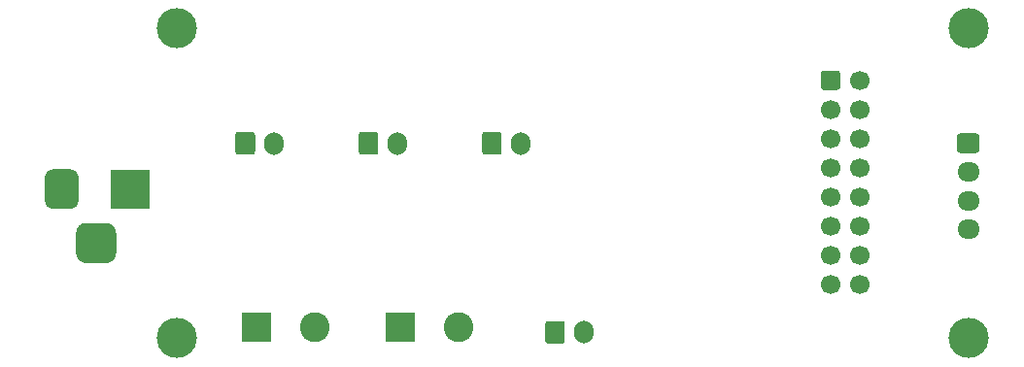
<source format=gbr>
%TF.GenerationSoftware,KiCad,Pcbnew,(5.1.12)-1*%
%TF.CreationDate,2021-12-09T20:49:17+01:00*%
%TF.ProjectId,adapter01,61646170-7465-4723-9031-2e6b69636164,rev?*%
%TF.SameCoordinates,Original*%
%TF.FileFunction,Soldermask,Bot*%
%TF.FilePolarity,Negative*%
%FSLAX46Y46*%
G04 Gerber Fmt 4.6, Leading zero omitted, Abs format (unit mm)*
G04 Created by KiCad (PCBNEW (5.1.12)-1) date 2021-12-09 20:49:17*
%MOMM*%
%LPD*%
G01*
G04 APERTURE LIST*
%ADD10C,1.700000*%
%ADD11O,1.700000X2.000000*%
%ADD12C,3.500000*%
%ADD13O,1.950000X1.700000*%
%ADD14R,2.600000X2.600000*%
%ADD15C,2.600000*%
%ADD16R,3.500000X3.500000*%
G04 APERTURE END LIST*
%TO.C,J7*%
G36*
G01*
X168150000Y-59100000D02*
X168150000Y-57900000D01*
G75*
G02*
X168400000Y-57650000I250000J0D01*
G01*
X169600000Y-57650000D01*
G75*
G02*
X169850000Y-57900000I0J-250000D01*
G01*
X169850000Y-59100000D01*
G75*
G02*
X169600000Y-59350000I-250000J0D01*
G01*
X168400000Y-59350000D01*
G75*
G02*
X168150000Y-59100000I0J250000D01*
G01*
G37*
D10*
X169000000Y-61040000D03*
X169000000Y-63580000D03*
X169000000Y-66120000D03*
X169000000Y-68660000D03*
X169000000Y-71200000D03*
X169000000Y-73740000D03*
X169000000Y-76280000D03*
X171540000Y-58500000D03*
X171540000Y-61040000D03*
X171540000Y-63580000D03*
X171540000Y-66120000D03*
X171540000Y-68660000D03*
X171540000Y-71200000D03*
X171540000Y-73740000D03*
X171540000Y-76280000D03*
%TD*%
%TO.C,J2*%
G36*
G01*
X138650000Y-64750000D02*
X138650000Y-63250000D01*
G75*
G02*
X138900000Y-63000000I250000J0D01*
G01*
X140100000Y-63000000D01*
G75*
G02*
X140350000Y-63250000I0J-250000D01*
G01*
X140350000Y-64750000D01*
G75*
G02*
X140100000Y-65000000I-250000J0D01*
G01*
X138900000Y-65000000D01*
G75*
G02*
X138650000Y-64750000I0J250000D01*
G01*
G37*
D11*
X142000000Y-64000000D03*
%TD*%
D12*
%TO.C,H1*%
X181000000Y-54000000D03*
%TD*%
%TO.C,H2*%
X112000000Y-81000000D03*
%TD*%
%TO.C,H3*%
X181000000Y-81000000D03*
%TD*%
%TO.C,H4*%
X112000000Y-54000000D03*
%TD*%
%TO.C,J1*%
G36*
G01*
X180275000Y-63150000D02*
X181725000Y-63150000D01*
G75*
G02*
X181975000Y-63400000I0J-250000D01*
G01*
X181975000Y-64600000D01*
G75*
G02*
X181725000Y-64850000I-250000J0D01*
G01*
X180275000Y-64850000D01*
G75*
G02*
X180025000Y-64600000I0J250000D01*
G01*
X180025000Y-63400000D01*
G75*
G02*
X180275000Y-63150000I250000J0D01*
G01*
G37*
D13*
X181000000Y-66500000D03*
X181000000Y-69000000D03*
X181000000Y-71500000D03*
%TD*%
D11*
%TO.C,J3*%
X131250000Y-64000000D03*
G36*
G01*
X127900000Y-64750000D02*
X127900000Y-63250000D01*
G75*
G02*
X128150000Y-63000000I250000J0D01*
G01*
X129350000Y-63000000D01*
G75*
G02*
X129600000Y-63250000I0J-250000D01*
G01*
X129600000Y-64750000D01*
G75*
G02*
X129350000Y-65000000I-250000J0D01*
G01*
X128150000Y-65000000D01*
G75*
G02*
X127900000Y-64750000I0J250000D01*
G01*
G37*
%TD*%
%TO.C,J4*%
G36*
G01*
X117150000Y-64750000D02*
X117150000Y-63250000D01*
G75*
G02*
X117400000Y-63000000I250000J0D01*
G01*
X118600000Y-63000000D01*
G75*
G02*
X118850000Y-63250000I0J-250000D01*
G01*
X118850000Y-64750000D01*
G75*
G02*
X118600000Y-65000000I-250000J0D01*
G01*
X117400000Y-65000000D01*
G75*
G02*
X117150000Y-64750000I0J250000D01*
G01*
G37*
X120500000Y-64000000D03*
%TD*%
D14*
%TO.C,J5*%
X131500000Y-80000000D03*
D15*
X136580000Y-80000000D03*
%TD*%
D11*
%TO.C,J6*%
X147500000Y-80500000D03*
G36*
G01*
X144150000Y-81250000D02*
X144150000Y-79750000D01*
G75*
G02*
X144400000Y-79500000I250000J0D01*
G01*
X145600000Y-79500000D01*
G75*
G02*
X145850000Y-79750000I0J-250000D01*
G01*
X145850000Y-81250000D01*
G75*
G02*
X145600000Y-81500000I-250000J0D01*
G01*
X144400000Y-81500000D01*
G75*
G02*
X144150000Y-81250000I0J250000D01*
G01*
G37*
%TD*%
D16*
%TO.C,J8*%
X108000000Y-68000000D03*
G36*
G01*
X100500000Y-69000000D02*
X100500000Y-67000000D01*
G75*
G02*
X101250000Y-66250000I750000J0D01*
G01*
X102750000Y-66250000D01*
G75*
G02*
X103500000Y-67000000I0J-750000D01*
G01*
X103500000Y-69000000D01*
G75*
G02*
X102750000Y-69750000I-750000J0D01*
G01*
X101250000Y-69750000D01*
G75*
G02*
X100500000Y-69000000I0J750000D01*
G01*
G37*
G36*
G01*
X103250000Y-73575000D02*
X103250000Y-71825000D01*
G75*
G02*
X104125000Y-70950000I875000J0D01*
G01*
X105875000Y-70950000D01*
G75*
G02*
X106750000Y-71825000I0J-875000D01*
G01*
X106750000Y-73575000D01*
G75*
G02*
X105875000Y-74450000I-875000J0D01*
G01*
X104125000Y-74450000D01*
G75*
G02*
X103250000Y-73575000I0J875000D01*
G01*
G37*
%TD*%
D15*
%TO.C,J9*%
X124080000Y-80000000D03*
D14*
X119000000Y-80000000D03*
%TD*%
M02*

</source>
